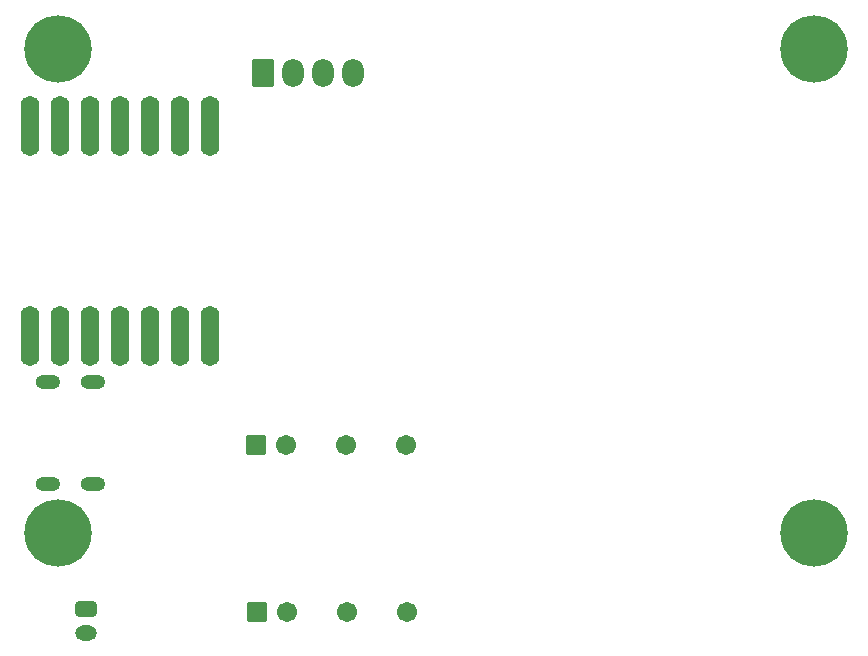
<source format=gbr>
%TF.GenerationSoftware,KiCad,Pcbnew,7.0.9*%
%TF.CreationDate,2024-10-16T13:59:32-06:00*%
%TF.ProjectId,uart_mux_v3,75617274-5f6d-4757-985f-76332e6b6963,rev?*%
%TF.SameCoordinates,Original*%
%TF.FileFunction,Soldermask,Bot*%
%TF.FilePolarity,Negative*%
%FSLAX46Y46*%
G04 Gerber Fmt 4.6, Leading zero omitted, Abs format (unit mm)*
G04 Created by KiCad (PCBNEW 7.0.9) date 2024-10-16 13:59:32*
%MOMM*%
%LPD*%
G01*
G04 APERTURE LIST*
G04 Aperture macros list*
%AMRoundRect*
0 Rectangle with rounded corners*
0 $1 Rounding radius*
0 $2 $3 $4 $5 $6 $7 $8 $9 X,Y pos of 4 corners*
0 Add a 4 corners polygon primitive as box body*
4,1,4,$2,$3,$4,$5,$6,$7,$8,$9,$2,$3,0*
0 Add four circle primitives for the rounded corners*
1,1,$1+$1,$2,$3*
1,1,$1+$1,$4,$5*
1,1,$1+$1,$6,$7*
1,1,$1+$1,$8,$9*
0 Add four rect primitives between the rounded corners*
20,1,$1+$1,$2,$3,$4,$5,0*
20,1,$1+$1,$4,$5,$6,$7,0*
20,1,$1+$1,$6,$7,$8,$9,0*
20,1,$1+$1,$8,$9,$2,$3,0*%
G04 Aperture macros list end*
%ADD10C,5.702000*%
%ADD11RoundRect,0.301000X-0.625000X0.350000X-0.625000X-0.350000X0.625000X-0.350000X0.625000X0.350000X0*%
%ADD12O,1.852000X1.302000*%
%ADD13RoundRect,0.051000X-0.800000X-0.800000X0.800000X-0.800000X0.800000X0.800000X-0.800000X0.800000X0*%
%ADD14C,1.702000*%
%ADD15RoundRect,0.051000X-0.875000X-1.125000X0.875000X-1.125000X0.875000X1.125000X-0.875000X1.125000X0*%
%ADD16O,1.852000X2.352000*%
%ADD17O,1.602000X5.102000*%
%ADD18O,2.102000X1.202000*%
G04 APERTURE END LIST*
D10*
%TO.C,H1*%
X92000000Y-64000000D03*
%TD*%
%TO.C,H2*%
X92000000Y-105000000D03*
%TD*%
D11*
%TO.C,J12*%
X94350000Y-111400000D03*
D12*
X94350000Y-113400000D03*
%TD*%
D13*
%TO.C,PS2*%
X108780000Y-97475000D03*
D14*
X111320000Y-97475000D03*
X116400000Y-97475000D03*
X121480000Y-97475000D03*
%TD*%
D10*
%TO.C,H4*%
X156000000Y-64000000D03*
%TD*%
D15*
%TO.C,PS1*%
X109380000Y-66000000D03*
D16*
X111920000Y-66000000D03*
X114460000Y-66000000D03*
X117000000Y-66000000D03*
%TD*%
D17*
%TO.C,U4*%
X89660000Y-88270000D03*
X92200000Y-88270000D03*
X94740000Y-88270000D03*
X97280000Y-88270000D03*
X99820000Y-88270000D03*
X102360000Y-88270000D03*
X104900000Y-88270000D03*
X104900000Y-70490000D03*
X102360000Y-70490000D03*
X99820000Y-70490000D03*
X97280000Y-70490000D03*
X94740000Y-70490000D03*
X92200000Y-70490000D03*
X89660000Y-70490000D03*
%TD*%
D18*
%TO.C,J1*%
X95002000Y-92180000D03*
X91202000Y-92180000D03*
X95002000Y-100820000D03*
X91202000Y-100820000D03*
%TD*%
D13*
%TO.C,PS3*%
X108880000Y-111675000D03*
D14*
X111420000Y-111675000D03*
X116500000Y-111675000D03*
X121580000Y-111675000D03*
%TD*%
D10*
%TO.C,H3*%
X156000000Y-105000000D03*
%TD*%
M02*

</source>
